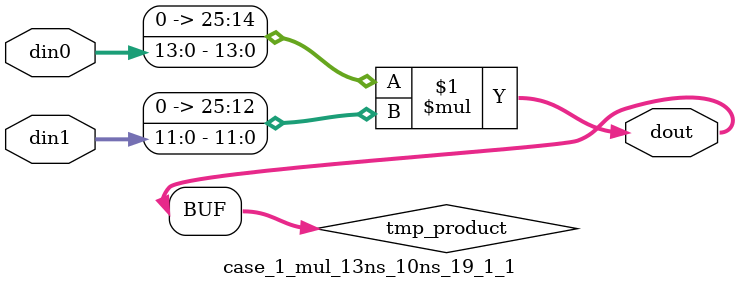
<source format=v>

`timescale 1 ns / 1 ps

 (* use_dsp = "no" *)  module case_1_mul_13ns_10ns_19_1_1(din0, din1, dout);
parameter ID = 1;
parameter NUM_STAGE = 0;
parameter din0_WIDTH = 14;
parameter din1_WIDTH = 12;
parameter dout_WIDTH = 26;

input [din0_WIDTH - 1 : 0] din0; 
input [din1_WIDTH - 1 : 0] din1; 
output [dout_WIDTH - 1 : 0] dout;

wire signed [dout_WIDTH - 1 : 0] tmp_product;
























assign tmp_product = $signed({1'b0, din0}) * $signed({1'b0, din1});











assign dout = tmp_product;





















endmodule

</source>
